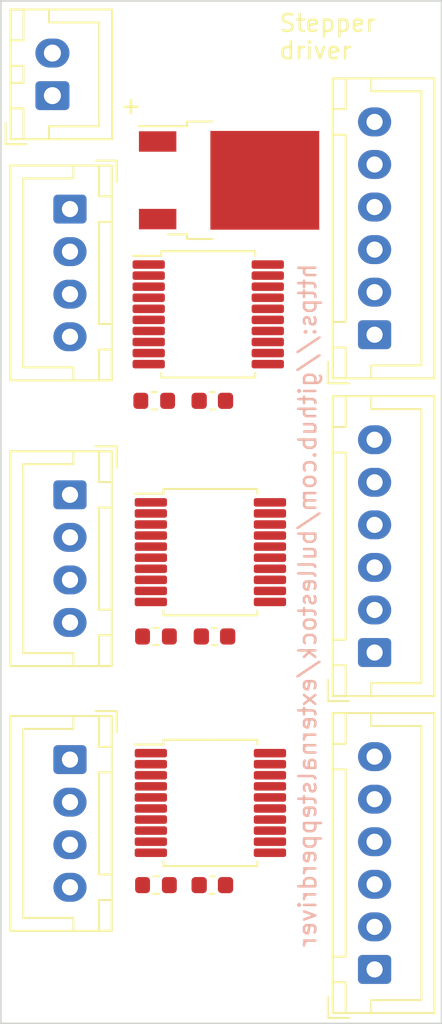
<source format=kicad_pcb>
(kicad_pcb (version 20230606) (generator pcbnew)
  (layers (0 "F.Cu" signal) (31 "B.Cu" signal) (34 "B.Paste" user) (35 "F.Paste" user) (36 "B.SilkS" user "B.Silkscreen") (37 "F.SilkS" user "F.Silkscreen") (38 "B.Mask" user) (39 "F.Mask" user) (44 "Edge.Cuts" user))
  (net 0 "")
  (net 1 "+5V")
  (net 2 "GND")
  (net 3 "Enable1")
  (net 4 "Step1")
  (net 5 "Dir1")
  (net 6 "Dir_out1")
  (net 7 "Step_out1")
  (net 8 "Enable_out1")
  (net 9 "Net-(U3-A->B)")
  (net 15 "Enable2")
  (net 16 "Step2")
  (net 17 "Dir2")
  (net 18 "Enable3")
  (net 19 "Step3")
  (net 20 "Dir3")
  (net 21 "Dir_out2")
  (net 22 "Step_out2")
  (net 23 "Enable_out2")
  (net 24 "Dir_out3")
  (net 25 "Step_out3")
  (net 26 "Enable_out3")
  (net 27 "Net-(U1-A->B)")
  (net 28 "Net-(U4-A->B)")
  (net 39 "Net-(J7-Pin_1)")
  (footprint "Resistor_SMD:R_0603_1608Metric" (layer "F.Cu") (at 164.5665 134.62)
    (property "Reference" "R3" hide)
    (property "Value" "1k" hide)
    (fp_line (start -0.162779 -0.51) (end 0.162779 -0.51) (stroke (width 0.12)) (layer "F.SilkS"))
    (fp_line (start -0.162779 0.51) (end 0.162779 0.51) (stroke (width 0.12)) (layer "F.SilkS"))
    (pad "1" smd roundrect (at -0.7875 0) (size 0.875 0.95) (layers "F.Cu" "F.Paste" "F.Mask") (net 1 "+5V"))
    (pad "2" smd roundrect (at 0.7875 0) (size 0.875 0.95) (layers "F.Cu" "F.Paste" "F.Mask") (net 28 "Net-(U4-A->B)"))
  )
  (footprint "MountingHole:MountingHole_3.2mm_M3" (layer "F.Cu") (at 167.259 139.192)
    (property "Reference" "H2" hide)
    (property "Value" "MountingHole" hide)
    (pad "" np_thru_hole circle (at 0 0) (size 3.2 3.2) (drill 3.2) (layers "*.Cu" "*.Mask"))
  )
  (footprint "Capacitor_SMD:C_0603_1608Metric" (layer "F.Cu") (at 167.881 106.172 180)
    (property "Reference" "C1" hide)
    (property "Value" "100n" hide)
    (fp_line (start -0.14058 0.51) (end 0.14058 0.51) (stroke (width 0.12)) (layer "F.SilkS"))
    (fp_line (start -0.14058 -0.51) (end 0.14058 -0.51) (stroke (width 0.12)) (layer "F.SilkS"))
    (pad "1" smd roundrect (at -0.775 0 180) (size 0.9 0.95) (layers "F.Cu" "F.Paste" "F.Mask") (net 1 "+5V"))
    (pad "2" smd roundrect (at 0.775 0 180) (size 0.9 0.95) (layers "F.Cu" "F.Paste" "F.Mask") (net 2 "GND"))
  )
  (footprint "Connector_JST:JST_XH_B4B-XH-A_1x04_P2.50mm_Vertical" (layer "F.Cu") (at 159.512 111.693 -90)
    (property "Reference" "J3" (at 11.37 2.794 180) (layer "F.SilkS"))
    (property "Value" "Conn_01x04")
    (fp_line (start -2.56 3.51) (end 10.06 3.51) (stroke (width 0.12)) (layer "F.SilkS"))
    (fp_line (start 10.06 3.51) (end 10.06 -2.46) (stroke (width 0.12)) (layer "F.SilkS"))
    (fp_line (start -1.8 2.75) (end 3.75 2.75) (stroke (width 0.12)) (layer "F.SilkS"))
    (fp_line (start 9.3 2.75) (end 3.75 2.75) (stroke (width 0.12)) (layer "F.SilkS"))
    (fp_line (start -2.55 -0.2) (end -1.8 -0.2) (stroke (width 0.12)) (layer "F.SilkS"))
    (fp_line (start -1.8 -0.2) (end -1.8 2.75) (stroke (width 0.12)) (layer "F.SilkS"))
    (fp_line (start 9.3 -0.2) (end 9.3 2.75) (stroke (width 0.12)) (layer "F.SilkS"))
    (fp_line (start 10.05 -0.2) (end 9.3 -0.2) (stroke (width 0.12)) (layer "F.SilkS"))
    (fp_line (start -2.55 -1.7) (end -0.75 -1.7) (stroke (width 0.12)) (layer "F.SilkS"))
    (fp_line (start -0.75 -1.7) (end -0.75 -2.45) (stroke (width 0.12)) (layer "F.SilkS"))
    (fp_line (start 0.75 -1.7) (end 6.75 -1.7) (stroke (width 0.12)) (layer "F.SilkS"))
    (fp_line (start 6.75 -1.7) (end 6.75 -2.45) (stroke (width 0.12)) (layer "F.SilkS"))
    (fp_line (start 8.25 -1.7) (end 10.05 -1.7) (stroke (width 0.12)) (layer "F.SilkS"))
    (fp_line (start 10.05 -1.7) (end 10.05 -2.45) (stroke (width 0.12)) (layer "F.SilkS"))
    (fp_line (start -2.55 -2.45) (end -2.55 -1.7) (stroke (width 0.12)) (layer "F.SilkS"))
    (fp_line (start -0.75 -2.45) (end -2.55 -2.45) (stroke (width 0.12)) (layer "F.SilkS"))
    (fp_line (start 0.75 -2.45) (end 0.75 -1.7) (stroke (width 0.12)) (layer "F.SilkS"))
    (fp_line (start 6.75 -2.45) (end 0.75 -2.45) (stroke (width 0.12)) (layer "F.SilkS"))
    (fp_line (start 8.25 -2.45) (end 8.25 -1.7) (stroke (width 0.12)) (layer "F.SilkS"))
    (fp_line (start 10.05 -2.45) (end 8.25 -2.45) (stroke (width 0.12)) (layer "F.SilkS"))
    (fp_line (start -2.56 -2.46) (end -2.56 3.51) (stroke (width 0.12)) (layer "F.SilkS"))
    (fp_line (start 10.06 -2.46) (end -2.56 -2.46) (stroke (width 0.12)) (layer "F.SilkS"))
    (fp_line (start -2.85 -2.75) (end -2.85 -1.5) (stroke (width 0.12)) (layer "F.SilkS"))
    (fp_line (start -1.6 -2.75) (end -2.85 -2.75) (stroke (width 0.12)) (layer "F.SilkS"))
    (pad "1" thru_hole roundrect (at 0 0 270) (size 1.7 1.95) (drill 0.95) (layers "*.Cu" "*.Mask") (roundrect_rratio 0.147059) (net 15 "Enable2"))
    (pad "2" thru_hole oval (at 2.5 0 270) (size 1.7 1.95) (drill 0.95) (layers "*.Cu" "*.Mask") (net 16 "Step2"))
    (pad "3" thru_hole oval (at 5 0 270) (size 1.7 1.95) (drill 0.95) (layers "*.Cu" "*.Mask") (net 17 "Dir2"))
    (pad "4" thru_hole oval (at 7.5 0 270) (size 1.7 1.95) (drill 0.95) (layers "*.Cu" "*.Mask") (net 2 "GND"))
  )
  (footprint "Package_SO:SSOP-20_5.3x7.2mm_P0.65mm" (layer "F.Cu") (at 167.767 129.794)
    (property "Reference" "U4" hide)
    (property "Value" "74HC245" hide)
    (fp_line (start -2.76 -3.71) (end -2.76 -3.435) (stroke (width 0.12)) (layer "F.SilkS"))
    (fp_line (start -2.76 -3.435) (end -4.45 -3.435) (stroke (width 0.12)) (layer "F.SilkS"))
    (fp_line (start -2.76 3.71) (end -2.76 3.435) (stroke (width 0.12)) (layer "F.SilkS"))
    (fp_line (start 0 -3.71) (end -2.76 -3.71) (stroke (width 0.12)) (layer "F.SilkS"))
    (fp_line (start 0 -3.71) (end 2.76 -3.71) (stroke (width 0.12)) (layer "F.SilkS"))
    (fp_line (start 0 3.71) (end -2.76 3.71) (stroke (width 0.12)) (layer "F.SilkS"))
    (fp_line (start 0 3.71) (end 2.76 3.71) (stroke (width 0.12)) (layer "F.SilkS"))
    (fp_line (start 2.76 -3.71) (end 2.76 -3.435) (stroke (width 0.12)) (layer "F.SilkS"))
    (fp_line (start 2.76 3.71) (end 2.76 3.435) (stroke (width 0.12)) (layer "F.SilkS"))
    (pad "1" smd roundrect (at -3.5 -2.925) (size 1.9 0.5) (layers "F.Cu" "F.Paste" "F.Mask") (net 28 "Net-(U4-A->B)"))
    (pad "2" smd roundrect (at -3.5 -2.275) (size 1.9 0.5) (layers "F.Cu" "F.Paste" "F.Mask") (net 28 "Net-(U4-A->B)"))
    (pad "3" smd roundrect (at -3.5 -1.625) (size 1.9 0.5) (layers "F.Cu" "F.Paste" "F.Mask") (net 18 "Enable3"))
    (pad "4" smd roundrect (at -3.5 -0.975) (size 1.9 0.5) (layers "F.Cu" "F.Paste" "F.Mask") (net 28 "Net-(U4-A->B)"))
    (pad "5" smd roundrect (at -3.5 -0.325) (size 1.9 0.5) (layers "F.Cu" "F.Paste" "F.Mask") (net 19 "Step3"))
    (pad "6" smd roundrect (at -3.5 0.325) (size 1.9 0.5) (layers "F.Cu" "F.Paste" "F.Mask") (net 28 "Net-(U4-A->B)"))
    (pad "7" smd roundrect (at -3.5 0.975) (size 1.9 0.5) (layers "F.Cu" "F.Paste" "F.Mask") (net 20 "Dir3"))
    (pad "8" smd roundrect (at -3.5 1.625) (size 1.9 0.5) (layers "F.Cu" "F.Paste" "F.Mask") (net 28 "Net-(U4-A->B)"))
    (pad "9" smd roundrect (at -3.5 2.275) (size 1.9 0.5) (layers "F.Cu" "F.Paste" "F.Mask") (net 28 "Net-(U4-A->B)"))
    (pad "10" smd roundrect (at -3.5 2.925) (size 1.9 0.5) (layers "F.Cu" "F.Paste" "F.Mask") (net 2 "GND"))
    (pad "11" smd roundrect (at 3.5 2.925) (size 1.9 0.5) (layers "F.Cu" "F.Paste" "F.Mask"))
    (pad "12" smd roundrect (at 3.5 2.275) (size 1.9 0.5) (layers "F.Cu" "F.Paste" "F.Mask"))
    (pad "13" smd roundrect (at 3.5 1.625) (size 1.9 0.5) (layers "F.Cu" "F.Paste" "F.Mask") (net 24 "Dir_out3"))
    (pad "14" smd roundrect (at 3.5 0.975) (size 1.9 0.5) (layers "F.Cu" "F.Paste" "F.Mask"))
    (pad "15" smd roundrect (at 3.5 0.325) (size 1.9 0.5) (layers "F.Cu" "F.Paste" "F.Mask") (net 25 "Step_out3"))
    (pad "16" smd roundrect (at 3.5 -0.325) (size 1.9 0.5) (layers "F.Cu" "F.Paste" "F.Mask"))
    (pad "17" smd roundrect (at 3.5 -0.975) (size 1.9 0.5) (layers "F.Cu" "F.Paste" "F.Mask") (net 26 "Enable_out3"))
    (pad "18" smd roundrect (at 3.5 -1.625) (size 1.9 0.5) (layers "F.Cu" "F.Paste" "F.Mask"))
    (pad "19" smd roundrect (at 3.5 -2.275) (size 1.9 0.5) (layers "F.Cu" "F.Paste" "F.Mask") (net 2 "GND"))
    (pad "20" smd roundrect (at 3.5 -2.925) (size 1.9 0.5) (layers "F.Cu" "F.Paste" "F.Mask") (net 1 "+5V"))
  )
  (footprint "Package_SO:SSOP-20_5.3x7.2mm_P0.65mm" (layer "F.Cu") (at 167.767 115.062)
    (property "Reference" "U1" hide)
    (property "Value" "74HC245" hide)
    (fp_line (start -2.76 -3.71) (end -2.76 -3.435) (stroke (width 0.12)) (layer "F.SilkS"))
    (fp_line (start -2.76 -3.435) (end -4.45 -3.435) (stroke (width 0.12)) (layer "F.SilkS"))
    (fp_line (start -2.76 3.71) (end -2.76 3.435) (stroke (width 0.12)) (layer "F.SilkS"))
    (fp_line (start 0 -3.71) (end -2.76 -3.71) (stroke (width 0.12)) (layer "F.SilkS"))
    (fp_line (start 0 -3.71) (end 2.76 -3.71) (stroke (width 0.12)) (layer "F.SilkS"))
    (fp_line (start 0 3.71) (end -2.76 3.71) (stroke (width 0.12)) (layer "F.SilkS"))
    (fp_line (start 0 3.71) (end 2.76 3.71) (stroke (width 0.12)) (layer "F.SilkS"))
    (fp_line (start 2.76 -3.71) (end 2.76 -3.435) (stroke (width 0.12)) (layer "F.SilkS"))
    (fp_line (start 2.76 3.71) (end 2.76 3.435) (stroke (width 0.12)) (layer "F.SilkS"))
    (pad "1" smd roundrect (at -3.5 -2.925) (size 1.9 0.5) (layers "F.Cu" "F.Paste" "F.Mask") (net 27 "Net-(U1-A->B)"))
    (pad "2" smd roundrect (at -3.5 -2.275) (size 1.9 0.5) (layers "F.Cu" "F.Paste" "F.Mask") (net 27 "Net-(U1-A->B)"))
    (pad "3" smd roundrect (at -3.5 -1.625) (size 1.9 0.5) (layers "F.Cu" "F.Paste" "F.Mask") (net 15 "Enable2"))
    (pad "4" smd roundrect (at -3.5 -0.975) (size 1.9 0.5) (layers "F.Cu" "F.Paste" "F.Mask") (net 27 "Net-(U1-A->B)"))
    (pad "5" smd roundrect (at -3.5 -0.325) (size 1.9 0.5) (layers "F.Cu" "F.Paste" "F.Mask") (net 16 "Step2"))
    (pad "6" smd roundrect (at -3.5 0.325) (size 1.9 0.5) (layers "F.Cu" "F.Paste" "F.Mask") (net 27 "Net-(U1-A->B)"))
    (pad "7" smd roundrect (at -3.5 0.975) (size 1.9 0.5) (layers "F.Cu" "F.Paste" "F.Mask") (net 17 "Dir2"))
    (pad "8" smd roundrect (at -3.5 1.625) (size 1.9 0.5) (layers "F.Cu" "F.Paste" "F.Mask") (net 27 "Net-(U1-A->B)"))
    (pad "9" smd roundrect (at -3.5 2.275) (size 1.9 0.5) (layers "F.Cu" "F.Paste" "F.Mask") (net 27 "Net-(U1-A->B)"))
    (pad "10" smd roundrect (at -3.5 2.925) (size 1.9 0.5) (layers "F.Cu" "F.Paste" "F.Mask") (net 2 "GND"))
    (pad "11" smd roundrect (at 3.5 2.925) (size 1.9 0.5) (layers "F.Cu" "F.Paste" "F.Mask"))
    (pad "12" smd roundrect (at 3.5 2.275) (size 1.9 0.5) (layers "F.Cu" "F.Paste" "F.Mask"))
    (pad "13" smd roundrect (at 3.5 1.625) (size 1.9 0.5) (layers "F.Cu" "F.Paste" "F.Mask") (net 21 "Dir_out2"))
    (pad "14" smd roundrect (at 3.5 0.975) (size 1.9 0.5) (layers "F.Cu" "F.Paste" "F.Mask"))
    (pad "15" smd roundrect (at 3.5 0.325) (size 1.9 0.5) (layers "F.Cu" "F.Paste" "F.Mask") (net 22 "Step_out2"))
    (pad "16" smd roundrect (at 3.5 -0.325) (size 1.9 0.5) (layers "F.Cu" "F.Paste" "F.Mask"))
    (pad "17" smd roundrect (at 3.5 -0.975) (size 1.9 0.5) (layers "F.Cu" "F.Paste" "F.Mask") (net 23 "Enable_out2"))
    (pad "18" smd roundrect (at 3.5 -1.625) (size 1.9 0.5) (layers "F.Cu" "F.Paste" "F.Mask"))
    (pad "19" smd roundrect (at 3.5 -2.275) (size 1.9 0.5) (layers "F.Cu" "F.Paste" "F.Mask") (net 2 "GND"))
    (pad "20" smd roundrect (at 3.5 -2.925) (size 1.9 0.5) (layers "F.Cu" "F.Paste" "F.Mask") (net 1 "+5V"))
  )
  (footprint "Connector_JST:JST_XH_B4B-XH-A_1x04_P2.50mm_Vertical" (layer "F.Cu") (at 159.512 94.909 -90)
    (property "Reference" "J1" (at 11.263 2.921 180) (layer "F.SilkS"))
    (property "Value" "Conn_01x04" hide)
    (fp_line (start -2.56 3.51) (end 10.06 3.51) (stroke (width 0.12)) (layer "F.SilkS"))
    (fp_line (start 10.06 3.51) (end 10.06 -2.46) (stroke (width 0.12)) (layer "F.SilkS"))
    (fp_line (start -1.8 2.75) (end 3.75 2.75) (stroke (width 0.12)) (layer "F.SilkS"))
    (fp_line (start 9.3 2.75) (end 3.75 2.75) (stroke (width 0.12)) (layer "F.SilkS"))
    (fp_line (start -2.55 -0.2) (end -1.8 -0.2) (stroke (width 0.12)) (layer "F.SilkS"))
    (fp_line (start -1.8 -0.2) (end -1.8 2.75) (stroke (width 0.12)) (layer "F.SilkS"))
    (fp_line (start 9.3 -0.2) (end 9.3 2.75) (stroke (width 0.12)) (layer "F.SilkS"))
    (fp_line (start 10.05 -0.2) (end 9.3 -0.2) (stroke (width 0.12)) (layer "F.SilkS"))
    (fp_line (start -2.55 -1.7) (end -0.75 -1.7) (stroke (width 0.12)) (layer "F.SilkS"))
    (fp_line (start -0.75 -1.7) (end -0.75 -2.45) (stroke (width 0.12)) (layer "F.SilkS"))
    (fp_line (start 0.75 -1.7) (end 6.75 -1.7) (stroke (width 0.12)) (layer "F.SilkS"))
    (fp_line (start 6.75 -1.7) (end 6.75 -2.45) (stroke (width 0.12)) (layer "F.SilkS"))
    (fp_line (start 8.25 -1.7) (end 10.05 -1.7) (stroke (width 0.12)) (layer "F.SilkS"))
    (fp_line (start 10.05 -1.7) (end 10.05 -2.45) (stroke (width 0.12)) (layer "F.SilkS"))
    (fp_line (start -2.55 -2.45) (end -2.55 -1.7) (stroke (width 0.12)) (layer "F.SilkS"))
    (fp_line (start -0.75 -2.45) (end -2.55 -2.45) (stroke (width 0.12)) (layer "F.SilkS"))
    (fp_line (start 0.75 -2.45) (end 0.75 -1.7) (stroke (width 0.12)) (layer "F.SilkS"))
    (fp_line (start 6.75 -2.45) (end 0.75 -2.45) (stroke (width 0.12)) (layer "F.SilkS"))
    (fp_line (start 8.25 -2.45) (end 8.25 -1.7) (stroke (width 0.12)) (layer "F.SilkS"))
    (fp_line (start 10.05 -2.45) (end 8.25 -2.45) (stroke (width 0.12)) (layer "F.SilkS"))
    (fp_line (start -2.56 -2.46) (end -2.56 3.51) (stroke (width 0.12)) (layer "F.SilkS"))
    (fp_line (start 10.06 -2.46) (end -2.56 -2.46) (stroke (width 0.12)) (layer "F.SilkS"))
    (fp_line (start -2.85 -2.75) (end -2.85 -1.5) (stroke (width 0.12)) (layer "F.SilkS"))
    (fp_line (start -1.6 -2.75) (end -2.85 -2.75) (stroke (width 0.12)) (layer "F.SilkS"))
    (pad "1" thru_hole roundrect (at 0 0 270) (size 1.7 1.95) (drill 0.95) (layers "*.Cu" "*.Mask") (roundrect_rratio 0.147059) (net 3 "Enable1"))
    (pad "2" thru_hole oval (at 2.5 0 270) (size 1.7 1.95) (drill 0.95) (layers "*.Cu" "*.Mask") (net 4 "Step1"))
    (pad "3" thru_hole oval (at 5 0 270) (size 1.7 1.95) (drill 0.95) (layers "*.Cu" "*.Mask") (net 5 "Dir1"))
    (pad "4" thru_hole oval (at 7.5 0 270) (size 1.7 1.95) (drill 0.95) (layers "*.Cu" "*.Mask") (net 2 "GND"))
  )
  (footprint "Package_TO_SOT_SMD:TO-252-2" (layer "F.Cu") (at 168.866 93.218)
    (property "Reference" "U2" hide)
    (property "Value" "LM78M05_TO252" hide)
    (fp_line (start -2.47 -3.45) (end -2.47 -3.18) (stroke (width 0.12)) (layer "F.SilkS"))
    (fp_line (start -2.47 -3.18) (end -5.3 -3.18) (stroke (width 0.12)) (layer "F.SilkS"))
    (fp_line (start -2.47 3.18) (end -3.57 3.18) (stroke (width 0.12)) (layer "F.SilkS"))
    (fp_line (start -2.47 3.45) (end -2.47 3.18) (stroke (width 0.12)) (layer "F.SilkS"))
    (fp_line (start -0.97 -3.45) (end -2.47 -3.45) (stroke (width 0.12)) (layer "F.SilkS"))
    (fp_line (start -0.97 3.45) (end -2.47 3.45) (stroke (width 0.12)) (layer "F.SilkS"))
    (pad "1" smd rect (at -4.2 -2.28) (size 2.2 1.2) (layers "F.Cu" "F.Paste" "F.Mask") (net 39 "Net-(J7-Pin_1)"))
    (pad "2" smd rect (at 2.1 0) (size 6.4 5.8) (layers "F.Cu" "F.Mask") (net 2 "GND"))
    (pad "3" smd rect (at -4.2 2.28) (size 2.2 1.2) (layers "F.Cu" "F.Paste" "F.Mask") (net 1 "+5V"))
  )
  (footprint "Package_SO:SSOP-20_5.3x7.2mm_P0.65mm" (layer "F.Cu") (at 167.64 101.092)
    (property "Reference" "U3" hide)
    (property "Value" "74HC245" hide)
    (fp_line (start -2.76 -3.71) (end -2.76 -3.435) (stroke (width 0.12)) (layer "F.SilkS"))
    (fp_line (start -2.76 -3.435) (end -4.45 -3.435) (stroke (width 0.12)) (layer "F.SilkS"))
    (fp_line (start -2.76 3.71) (end -2.76 3.435) (stroke (width 0.12)) (layer "F.SilkS"))
    (fp_line (start 0 -3.71) (end -2.76 -3.71) (stroke (width 0.12)) (layer "F.SilkS"))
    (fp_line (start 0 -3.71) (end 2.76 -3.71) (stroke (width 0.12)) (layer "F.SilkS"))
    (fp_line (start 0 3.71) (end -2.76 3.71) (stroke (width 0.12)) (layer "F.SilkS"))
    (fp_line (start 0 3.71) (end 2.76 3.71) (stroke (width 0.12)) (layer "F.SilkS"))
    (fp_line (start 2.76 -3.71) (end 2.76 -3.435) (stroke (width 0.12)) (layer "F.SilkS"))
    (fp_line (start 2.76 3.71) (end 2.76 3.435) (stroke (width 0.12)) (layer "F.SilkS"))
    (pad "1" smd roundrect (at -3.5 -2.925) (size 1.9 0.5) (layers "F.Cu" "F.Paste" "F.Mask") (net 9 "Net-(U3-A->B)"))
    (pad "2" smd roundrect (at -3.5 -2.275) (size 1.9 0.5) (layers "F.Cu" "F.Paste" "F.Mask") (net 9 "Net-(U3-A->B)"))
    (pad "3" smd roundrect (at -3.5 -1.625) (size 1.9 0.5) (layers "F.Cu" "F.Paste" "F.Mask") (net 3 "Enable1"))
    (pad "4" smd roundrect (at -3.5 -0.975) (size 1.9 0.5) (layers "F.Cu" "F.Paste" "F.Mask") (net 9 "Net-(U3-A->B)"))
    (pad "5" smd roundrect (at -3.5 -0.325) (size 1.9 0.5) (layers "F.Cu" "F.Paste" "F.Mask") (net 4 "Step1"))
    (pad "6" smd roundrect (at -3.5 0.325) (size 1.9 0.5) (layers "F.Cu" "F.Paste" "F.Mask") (net 9 "Net-(U3-A->B)"))
    (pad "7" smd roundrect (at -3.5 0.975) (size 1.9 0.5) (layers "F.Cu" "F.Paste" "F.Mask") (net 5 "Dir1"))
    (pad "8" smd roundrect (at -3.5 1.625) (size 1.9 0.5) (layers "F.Cu" "F.Paste" "F.Mask") (net 9 "Net-(U3-A->B)"))
    (pad "9" smd roundrect (at -3.5 2.275) (size 1.9 0.5) (layers "F.Cu" "F.Paste" "F.Mask") (net 9 "Net-(U3-A->B)"))
    (pad "10" smd roundrect (at -3.5 2.925) (size 1.9 0.5) (layers "F.Cu" "F.Paste" "F.Mask") (net 2 "GND"))
    (pad "11" smd roundrect (at 3.5 2.925) (size 1.9 0.5) (layers "F.Cu" "F.Paste" "F.Mask"))
    (pad "12" smd roundrect (at 3.5 2.275) (size 1.9 0.5) (layers "F.Cu" "F.Paste" "F.Mask"))
    (pad "13" smd roundrect (at 3.5 1.625) (size 1.9 0.5) (layers "F.Cu" "F.Paste" "F.Mask") (net 6 "Dir_out1"))
    (pad "14" smd roundrect (at 3.5 0.975) (size 1.9 0.5) (layers "F.Cu" "F.Paste" "F.Mask"))
    (pad "15" smd roundrect (at 3.5 0.325) (size 1.9 0.5) (layers "F.Cu" "F.Paste" "F.Mask") (net 7 "Step_out1"))
    (pad "16" smd roundrect (at 3.5 -0.325) (size 1.9 0.5) (layers "F.Cu" "F.Paste" "F.Mask"))
    (pad "17" smd roundrect (at 3.5 -0.975) (size 1.9 0.5) (layers "F.Cu" "F.Paste" "F.Mask") (net 8 "Enable_out1"))
    (pad "18" smd roundrect (at 3.5 -1.625) (size 1.9 0.5) (layers "F.Cu" "F.Paste" "F.Mask"))
    (pad "19" smd roundrect (at 3.5 -2.275) (size 1.9 0.5) (layers "F.Cu" "F.Paste" "F.Mask") (net 2 "GND"))
    (pad "20" smd roundrect (at 3.5 -2.925) (size 1.9 0.5) (layers "F.Cu" "F.Paste" "F.Mask") (net 1 "+5V"))
  )
  (footprint "Connector_JST:JST_XH_B4B-XH-A_1x04_P2.50mm_Vertical" (layer "F.Cu") (at 159.512 127.247 -90)
    (property "Reference" "J5" (at 11.437 2.794 180) (layer "F.SilkS"))
    (property "Value" "Conn_01x04" hide)
    (fp_line (start -2.56 3.51) (end 10.06 3.51) (stroke (width 0.12)) (layer "F.SilkS"))
    (fp_line (start 10.06 3.51) (end 10.06 -2.46) (stroke (width 0.12)) (layer "F.SilkS"))
    (fp_line (start -1.8 2.75) (end 3.75 2.75) (stroke (width 0.12)) (layer "F.SilkS"))
    (fp_line (start 9.3 2.75) (end 3.75 2.75) (stroke (width 0.12)) (layer "F.SilkS"))
    (fp_line (start -2.55 -0.2) (end -1.8 -0.2) (stroke (width 0.12)) (layer "F.SilkS"))
    (fp_line (start -1.8 -0.2) (end -1.8 2.75) (stroke (width 0.12)) (layer "F.SilkS"))
    (fp_line (start 9.3 -0.2) (end 9.3 2.75) (stroke (width 0.12)) (layer "F.SilkS"))
    (fp_line (start 10.05 -0.2) (end 9.3 -0.2) (stroke (width 0.12)) (layer "F.SilkS"))
    (fp_line (start -2.55 -1.7) (end -0.75 -1.7) (stroke (width 0.12)) (layer "F.SilkS"))
    (fp_line (start -0.75 -1.7) (end -0.75 -2.45) (stroke (width 0.12)) (layer "F.SilkS"))
    (fp_line (start 0.75 -1.7) (end 6.75 -1.7) (stroke (width 0.12)) (layer "F.SilkS"))
    (fp_line (start 6.75 -1.7) (end 6.75 -2.45) (stroke (width 0.12)) (layer "F.SilkS"))
    (fp_line (start 8.25 -1.7) (end 10.05 -1.7) (stroke (width 0.12)) (layer "F.SilkS"))
    (fp_line (start 10.05 -1.7) (end 10.05 -2.45) (stroke (width 0.12)) (layer "F.SilkS"))
    (fp_line (start -2.55 -2.45) (end -2.55 -1.7) (stroke (width 0.12)) (layer "F.SilkS"))
    (fp_line (start -0.75 -2.45) (end -2.55 -2.45) (stroke (width 0.12)) (layer "F.SilkS"))
    (fp_line (start 0.75 -2.45) (end 0.75 -1.7) (stroke (width 0.12)) (layer "F.SilkS"))
    (fp_line (start 6.75 -2.45) (end 0.75 -2.45) (stroke (width 0.12)) (layer "F.SilkS"))
    (fp_line (start 8.25 -2.45) (end 8.25 -1.7) (stroke (width 0.12)) (layer "F.SilkS"))
    (fp_line (start 10.05 -2.45) (end 8.25 -2.45) (stroke (width 0.12)) (layer "F.SilkS"))
    (fp_line (start -2.56 -2.46) (end -2.56 3.51) (stroke (width 0.12)) (layer "F.SilkS"))
    (fp_line (start 10.06 -2.46) (end -2.56 -2.46) (stroke (width 0.12)) (layer "F.SilkS"))
    (fp_line (start -2.85 -2.75) (end -2.85 -1.5) (stroke (width 0.12)) (layer "F.SilkS"))
    (fp_line (start -1.6 -2.75) (end -2.85 -2.75) (stroke (width 0.12)) (layer "F.SilkS"))
    (pad "1" thru_hole roundrect (at 0 0 270) (size 1.7 1.95) (drill 0.95) (layers "*.Cu" "*.Mask") (roundrect_rratio 0.147059) (net 18 "Enable3"))
    (pad "2" thru_hole oval (at 2.5 0 270) (size 1.7 1.95) (drill 0.95) (layers "*.Cu" "*.Mask") (net 19 "Step3"))
    (pad "3" thru_hole oval (at 5 0 270) (size 1.7 1.95) (drill 0.95) (layers "*.Cu" "*.Mask") (net 20 "Dir3"))
    (pad "4" thru_hole oval (at 7.5 0 270) (size 1.7 1.95) (drill 0.95) (layers "*.Cu" "*.Mask") (net 2 "GND"))
  )
  (footprint "Resistor_SMD:R_0603_1608Metric" (layer "F.Cu") (at 164.465 106.172 180)
    (property "Reference" "R1" hide)
    (property "Value" "1k" hide)
    (fp_line (start -0.162779 0.51) (end 0.162779 0.51) (stroke (width 0.12)) (layer "F.SilkS"))
    (fp_line (start -0.162779 -0.51) (end 0.162779 -0.51) (stroke (width 0.12)) (layer "F.SilkS"))
    (pad "1" smd roundrect (at -0.7875 0 180) (size 0.875 0.95) (layers "F.Cu" "F.Paste" "F.Mask") (net 1 "+5V"))
    (pad "2" smd roundrect (at 0.7875 0 180) (size 0.875 0.95) (layers "F.Cu" "F.Paste" "F.Mask") (net 9 "Net-(U3-A->B)"))
  )
  (footprint "Connector_JST:JST_XH_B6B-XH-A_1x06_P2.50mm_Vertical" (layer "F.Cu") (at 177.419 102.289 90)
    (property "Reference" "J2" (at 14.151 -3.81 90) (layer "F.SilkS"))
    (property "Value" "Conn_01x08" hide)
    (fp_line (start -1.6 -2.75) (end -2.85 -2.75) (stroke (width 0.12)) (layer "F.SilkS"))
    (fp_line (start -2.85 -2.75) (end -2.85 -1.5) (stroke (width 0.12)) (layer "F.SilkS"))
    (fp_line (start 15.06 -2.46) (end -2.56 -2.46) (stroke (width 0.12)) (layer "F.SilkS"))
    (fp_line (start -2.56 -2.46) (end -2.56 3.51) (stroke (width 0.12)) (layer "F.SilkS"))
    (fp_line (start 15.05 -2.45) (end 13.25 -2.45) (stroke (width 0.12)) (layer "F.SilkS"))
    (fp_line (start 13.25 -2.45) (end 13.25 -1.7) (stroke (width 0.12)) (layer "F.SilkS"))
    (fp_line (start 11.75 -2.45) (end 0.75 -2.45) (stroke (width 0.12)) (layer "F.SilkS"))
    (fp_line (start 0.75 -2.45) (end 0.75 -1.7) (stroke (width 0.12)) (layer "F.SilkS"))
    (fp_line (start -0.75 -2.45) (end -2.55 -2.45) (stroke (width 0.12)) (layer "F.SilkS"))
    (fp_line (start -2.55 -2.45) (end -2.55 -1.7) (stroke (width 0.12)) (layer "F.SilkS"))
    (fp_line (start 15.05 -1.7) (end 15.05 -2.45) (stroke (width 0.12)) (layer "F.SilkS"))
    (fp_line (start 13.25 -1.7) (end 15.05 -1.7) (stroke (width 0.12)) (layer "F.SilkS"))
    (fp_line (start 11.75 -1.7) (end 11.75 -2.45) (stroke (width 0.12)) (layer "F.SilkS"))
    (fp_line (start 0.75 -1.7) (end 11.75 -1.7) (stroke (width 0.12)) (layer "F.SilkS"))
    (fp_line (start -0.75 -1.7) (end -0.75 -2.45) (stroke (width 0.12)) (layer "F.SilkS"))
    (fp_line (start -2.55 -1.7) (end -0.75 -1.7) (stroke (width 0.12)) (layer "F.SilkS"))
    (fp_line (start 15.05 -0.2) (end 14.3 -0.2) (stroke (width 0.12)) (layer "F.SilkS"))
    (fp_line (start 14.3 -0.2) (end 14.3 2.75) (stroke (width 0.12)) (layer "F.SilkS"))
    (fp_line (start -1.8 -0.2) (end -1.8 2.75) (stroke (width 0.12)) (layer "F.SilkS"))
    (fp_line (start -2.55 -0.2) (end -1.8 -0.2) (stroke (width 0.12)) (layer "F.SilkS"))
    (fp_line (start 14.3 2.75) (end 6.25 2.75) (stroke (width 0.12)) (layer "F.SilkS"))
    (fp_line (start -1.8 2.75) (end 6.25 2.75) (stroke (width 0.12)) (layer "F.SilkS"))
    (fp_line (start 15.06 3.51) (end 15.06 -2.46) (stroke (width 0.12)) (layer "F.SilkS"))
    (fp_line (start -2.56 3.51) (end 15.06 3.51) (stroke (width 0.12)) (layer "F.SilkS"))
    (pad "1" thru_hole roundrect (at 0 0 90) (size 1.7 1.95) (drill 0.95) (layers "*.Cu" "*.Mask") (roundrect_rratio 0.147059) (net 6 "Dir_out1"))
    (pad "2" thru_hole oval (at 2.5 0 90) (size 1.7 1.95) (drill 0.95) (layers "*.Cu" "*.Mask") (net 2 "GND"))
    (pad "3" thru_hole oval (at 5 0 90) (size 1.7 1.95) (drill 0.95) (layers "*.Cu" "*.Mask") (net 7 "Step_out1"))
    (pad "4" thru_hole oval (at 7.5 0 90) (size 1.7 1.95) (drill 0.95) (layers "*.Cu" "*.Mask") (net 2 "GND"))
    (pad "5" thru_hole oval (at 10 0 90) (size 1.7 1.95) (drill 0.95) (layers "*.Cu" "*.Mask") (net 8 "Enable_out1"))
    (pad "6" thru_hole oval (at 12.5 0 90) (size 1.7 1.95) (drill 0.95) (layers "*.Cu" "*.Mask") (net 2 "GND"))
  )
  (footprint "Connector_JST:JST_XH_B6B-XH-A_1x06_P2.50mm_Vertical" (layer "F.Cu") (at 177.419 120.958 90)
    (property "Reference" "J4" (at 14.024 -3.556 90) (layer "F.SilkS"))
    (property "Value" "Conn_01x08")
    (fp_line (start -1.6 -2.75) (end -2.85 -2.75) (stroke (width 0.12)) (layer "F.SilkS"))
    (fp_line (start -2.85 -2.75) (end -2.85 -1.5) (stroke (width 0.12)) (layer "F.SilkS"))
    (fp_line (start 15.06 -2.46) (end -2.56 -2.46) (stroke (width 0.12)) (layer "F.SilkS"))
    (fp_line (start -2.56 -2.46) (end -2.56 3.51) (stroke (width 0.12)) (layer "F.SilkS"))
    (fp_line (start 15.05 -2.45) (end 13.25 -2.45) (stroke (width 0.12)) (layer "F.SilkS"))
    (fp_line (start 13.25 -2.45) (end 13.25 -1.7) (stroke (width 0.12)) (layer "F.SilkS"))
    (fp_line (start 11.75 -2.45) (end 0.75 -2.45) (stroke (width 0.12)) (layer "F.SilkS"))
    (fp_line (start 0.75 -2.45) (end 0.75 -1.7) (stroke (width 0.12)) (layer "F.SilkS"))
    (fp_line (start -0.75 -2.45) (end -2.55 -2.45) (stroke (width 0.12)) (layer "F.SilkS"))
    (fp_line (start -2.55 -2.45) (end -2.55 -1.7) (stroke (width 0.12)) (layer "F.SilkS"))
    (fp_line (start 15.05 -1.7) (end 15.05 -2.45) (stroke (width 0.12)) (layer "F.SilkS"))
    (fp_line (start 13.25 -1.7) (end 15.05 -1.7) (stroke (width 0.12)) (layer "F.SilkS"))
    (fp_line (start 11.75 -1.7) (end 11.75 -2.45) (stroke (width 0.12)) (layer "F.SilkS"))
    (fp_line (start 0.75 -1.7) (end 11.75 -1.7) (stroke (width 0.12)) (layer "F.SilkS"))
    (fp_line (start -0.75 -1.7) (end -0.75 -2.45) (stroke (width 0.12)) (layer "F.SilkS"))
    (fp_line (start -2.55 -1.7) (end -0.75 -1.7) (stroke (width 0.12)) (layer "F.SilkS"))
    (fp_line (start 15.05 -0.2) (end 14.3 -0.2) (stroke (width 0.12)) (layer "F.SilkS"))
    (fp_line (start 14.3 -0.2) (end 14.3 2.75) (stroke (width 0.12)) (layer "F.SilkS"))
    (fp_line (start -1.8 -0.2) (end -1.8 2.75) (stroke (width 0.12)) (layer "F.SilkS"))
    (fp_line (start -2.55 -0.2) (end -1.8 -0.2) (stroke (width 0.12)) (layer "F.SilkS"))
    (fp_line (start 14.3 2.75) (end 6.25 2.75) (stroke (width 0.12)) (layer "F.SilkS"))
    (fp_line (start -1.8 2.75) (end 6.25 2.75) (stroke (width 0.12)) (layer "F.SilkS"))
    (fp_line (start 15.06 3.51) (end 15.06 -2.46) (stroke (width 0.12)) (layer "F.SilkS"))
    (fp_line (start -2.56 3.51) (end 15.06 3.51) (stroke (width 0.12)) (layer "F.SilkS"))
    (pad "1" thru_hole roundrect (at 0 0 90) (size 1.7 1.95) (drill 0.95) (layers "*.Cu" "*.Mask") (roundrect_rratio 0.147059) (net 21 "Dir_out2"))
    (pad "2" thru_hole oval (at 2.5 0 90) (size 1.7 1.95) (drill 0.95) (layers "*.Cu" "*.Mask") (net 2 "GND"))
    (pad "3" thru_hole oval (at 5 0 90) (size 1.7 1.95) (drill 0.95) (layers "*.Cu" "*.Mask") (net 22 "Step_out2"))
    (pad "4" thru_hole oval (at 7.5 0 90) (size 1.7 1.95) (drill 0.95) (layers "*.Cu" "*.Mask") (net 2 "GND"))
    (pad "5" thru_hole oval (at 10 0 90) (size 1.7 1.95) (drill 0.95) (layers "*.Cu" "*.Mask") (net 23 "Enable_out2"))
    (pad "6" thru_hole oval (at 12.5 0 90) (size 1.7 1.95) (drill 0.95) (layers "*.Cu" "*.Mask") (net 2 "GND"))
  )
  (footprint "MountingHole:MountingHole_3.2mm_M3" (layer "F.Cu") (at 167.259 86.106)
    (property "Reference" "H1" hide)
    (property "Value" "MountingHole" hide)
    (pad "" np_thru_hole circle (at 0 0) (size 3.2 3.2) (drill 3.2) (layers "*.Cu" "*.Mask"))
  )
  (footprint "Connector_JST:JST_XH_B6B-XH-A_1x06_P2.50mm_Vertical" (layer "F.Cu") (at 177.419 139.573 90)
    (property "Reference" "J6" (at 14.351 -3.556 90) (layer "F.SilkS"))
    (property "Value" "Conn_01x08")
    (fp_line (start -1.6 -2.75) (end -2.85 -2.75) (stroke (width 0.12)) (layer "F.SilkS"))
    (fp_line (start -2.85 -2.75) (end -2.85 -1.5) (stroke (width 0.12)) (layer "F.SilkS"))
    (fp_line (start 15.06 -2.46) (end -2.56 -2.46) (stroke (width 0.12)) (layer "F.SilkS"))
    (fp_line (start -2.56 -2.46) (end -2.56 3.51) (stroke (width 0.12)) (layer "F.SilkS"))
    (fp_line (start 15.05 -2.45) (end 13.25 -2.45) (stroke (width 0.12)) (layer "F.SilkS"))
    (fp_line (start 13.25 -2.45) (end 13.25 -1.7) (stroke (width 0.12)) (layer "F.SilkS"))
    (fp_line (start 11.75 -2.45) (end 0.75 -2.45) (stroke (width 0.12)) (layer "F.SilkS"))
    (fp_line (start 0.75 -2.45) (end 0.75 -1.7) (stroke (width 0.12)) (layer "F.SilkS"))
    (fp_line (start -0.75 -2.45) (end -2.55 -2.45) (stroke (width 0.12)) (layer "F.SilkS"))
    (fp_line (start -2.55 -2.45) (end -2.55 -1.7) (stroke (width 0.12)) (layer "F.SilkS"))
    (fp_line (start 15.05 -1.7) (end 15.05 -2.45) (stroke (width 0.12)) (layer "F.SilkS"))
    (fp_line (start 13.25 -1.7) (end 15.05 -1.7) (stroke (width 0.12)) (layer "F.SilkS"))
    (fp_line (start 11.75 -1.7) (end 11.75 -2.45) (stroke (width 0.12)) (layer "F.SilkS"))
    (fp_line (start 0.75 -1.7) (end 11.75 -1.7) (stroke (width 0.12)) (layer "F.SilkS"))
    (fp_line (start -0.75 -1.7) (end -0.75 -2.45) (stroke (width 0.12)) (layer "F.SilkS"))
    (fp_line (start -2.55 -1.7) (end -0.75 -1.7) (stroke (width 0.12)) (layer "F.SilkS"))
    (fp_line (start 15.05 -0.2) (end 14.3 -0.2) (stroke (width 0.12)) (layer "F.SilkS"))
    (fp_line (start 14.3 -0.2) (end 14.3 2.75) (stroke (width 0.12)) (layer "F.SilkS"))
    (fp_line (start -1.8 -0.2) (end -1.8 2.75) (stroke (width 0.12)) (layer "F.SilkS"))
    (fp_line (start -2.55 -0.2) (end -1.8 -0.2) (stroke (width 0.12)) (layer "F.SilkS"))
    (fp_line (start 14.3 2.75) (end 6.25 2.75) (stroke (width 0.12)) (layer "F.SilkS"))
    (fp_line (start -1.8 2.75) (end 6.25 2.75) (stroke (width 0.12)) (layer "F.SilkS"))
    (fp_line (start 15.06 3.51) (end 15.06 -2.46) (stroke (width 0.12)) (layer "F.SilkS"))
    (fp_line (start -2.56 3.51) (end 15.06 3.51) (stroke (width 0.12)) (layer "F.SilkS"))
    (pad "1" thru_hole roundrect (at 0 0 90) (size 1.7 1.95) (drill 0.95) (layers "*.Cu" "*.Mask") (roundrect_rratio 0.147059) (net 24 "Dir_out3"))
    (pad "2" thru_hole oval (at 2.5 0 90) (size 1.7 1.95) (drill 0.95) (layers "*.Cu" "*.Mask") (net 2 "GND"))
    (pad "3" thru_hole oval (at 5 0 90) (size 1.7 1.95) (drill 0.95) (layers "*.Cu" "*.Mask") (net 25 "Step_out3"))
    (pad "4" thru_hole oval (at 7.5 0 90) (size 1.7 1.95) (drill 0.95) (layers "*.Cu" "*.Mask") (net 2 "GND"))
    (pad "5" thru_hole oval (at 10 0 90) (size 1.7 1.95) (drill 0.95) (layers "*.Cu" "*.Mask") (net 26 "Enable_out3"))
    (pad "6" thru_hole oval (at 12.5 0 90) (size 1.7 1.95) (drill 0.95) (layers "*.Cu" "*.Mask") (net 2 "GND"))
  )
  (footprint "Capacitor_SMD:C_0603_1608Metric" (layer "F.Cu") (at 168.008 120.015)
    (property "Reference" "C2" hide)
    (property "Value" "100n" hide)
    (fp_line (start -0.14058 -0.51) (end 0.14058 -0.51) (stroke (width 0.12)) (layer "F.SilkS"))
    (fp_line (start -0.14058 0.51) (end 0.14058 0.51) (stroke (width 0.12)) (layer "F.SilkS"))
    (pad "1" smd roundrect (at -0.775 0) (size 0.9 0.95) (layers "F.Cu" "F.Paste" "F.Mask") (net 1 "+5V"))
    (pad "2" smd roundrect (at 0.775 0) (size 0.9 0.95) (layers "F.Cu" "F.Paste" "F.Mask") (net 2 "GND"))
  )
  (footprint "Capacitor_SMD:C_0603_1608Metric" (layer "F.Cu") (at 167.881 134.62)
    (property "Reference" "C3" hide)
    (property "Value" "100n" hide)
    (fp_line (start -0.14058 -0.51) (end 0.14058 -0.51) (stroke (width 0.12)) (layer "F.SilkS"))
    (fp_line (start -0.14058 0.51) (end 0.14058 0.51) (stroke (width 0.12)) (layer "F.SilkS"))
    (pad "1" smd roundrect (at -0.775 0) (size 0.9 0.95) (layers "F.Cu" "F.Paste" "F.Mask") (net 1 "+5V"))
    (pad "2" smd roundrect (at 0.775 0) (size 0.9 0.95) (layers "F.Cu" "F.Paste" "F.Mask") (net 2 "GND"))
  )
  (footprint "Resistor_SMD:R_0603_1608Metric" (layer "F.Cu") (at 164.5665 120.015)
    (property "Reference" "R2" hide)
    (property "Value" "1k" hide)
    (fp_line (start -0.162779 -0.51) (end 0.162779 -0.51) (stroke (width 0.12)) (layer "F.SilkS"))
    (fp_line (start -0.162779 0.51) (end 0.162779 0.51) (stroke (width 0.12)) (layer "F.SilkS"))
    (pad "1" smd roundrect (at -0.7875 0) (size 0.875 0.95) (layers "F.Cu" "F.Paste" "F.Mask") (net 1 "+5V"))
    (pad "2" smd roundrect (at 0.7875 0) (size 0.875 0.95) (layers "F.Cu" "F.Paste" "F.Mask") (net 27 "Net-(U1-A->B)"))
  )
  (footprint "Connector_JST:JST_XH_B2B-XH-A_1x02_P2.50mm_Vertical" (layer "F.Cu") (at 158.479 88.245 90)
    (property "Reference" "J7" (at 4.6282 4.8938 180) (layer "F.SilkS"))
    (property "Value" "Conn_01x02" hide)
    (fp_line (start -1.6 -2.75) (end -2.85 -2.75) (stroke (width 0.12)) (layer "F.SilkS"))
    (fp_line (start -2.85 -2.75) (end -2.85 -1.5) (stroke (width 0.12)) (layer "F.SilkS"))
    (fp_line (start 5.06 -2.46) (end -2.56 -2.46) (stroke (width 0.12)) (layer "F.SilkS"))
    (fp_line (start -2.56 -2.46) (end -2.56 3.51) (stroke (width 0.12)) (layer "F.SilkS"))
    (fp_line (start 5.05 -2.45) (end 3.25 -2.45) (stroke (width 0.12)) (layer "F.SilkS"))
    (fp_line (start 3.25 -2.45) (end 3.25 -1.7) (stroke (width 0.12)) (layer "F.SilkS"))
    (fp_line (start 1.75 -2.45) (end 0.75 -2.45) (stroke (width 0.12)) (layer "F.SilkS"))
    (fp_line (start 0.75 -2.45) (end 0.75 -1.7) (stroke (width 0.12)) (layer "F.SilkS"))
    (fp_line (start -0.75 -2.45) (end -2.55 -2.45) (stroke (width 0.12)) (layer "F.SilkS"))
    (fp_line (start -2.55 -2.45) (end -2.55 -1.7) (stroke (width 0.12)) (layer "F.SilkS"))
    (fp_line (start 5.05 -1.7) (end 5.05 -2.45) (stroke (width 0.12)) (layer "F.SilkS"))
    (fp_line (start 3.25 -1.7) (end 5.05 -1.7) (stroke (width 0.12)) (layer "F.SilkS"))
    (fp_line (start 1.75 -1.7) (end 1.75 -2.45) (stroke (width 0.12)) (layer "F.SilkS"))
    (fp_line (start 0.75 -1.7) (end 1.75 -1.7) (stroke (width 0.12)) (layer "F.SilkS"))
    (fp_line (start -0.75 -1.7) (end -0.75 -2.45) (stroke (width 0.12)) (layer "F.SilkS"))
    (fp_line (start -2.55 -1.7) (end -0.75 -1.7) (stroke (width 0.12)) (layer "F.SilkS"))
    (fp_line (start 5.05 -0.2) (end 4.3 -0.2) (stroke (width 0.12)) (layer "F.SilkS"))
    (fp_line (start 4.3 -0.2) (end 4.3 2.75) (stroke (width 0.12)) (layer "F.SilkS"))
    (fp_line (start -1.8 -0.2) (end -1.8 2.75) (stroke (width 0.12)) (layer "F.SilkS"))
    (fp_line (start -2.55 -0.2) (end -1.8 -0.2) (stroke (width 0.12)) (layer "F.SilkS"))
    (fp_line (start 4.3 2.75) (end 1.25 2.75) (stroke (width 0.12)) (layer "F.SilkS"))
    (fp_line (start -1.8 2.75) (end 1.25 2.75) (stroke (width 0.12)) (layer "F.SilkS"))
    (fp_line (start 5.06 3.51) (end 5.06 -2.46) (stroke (width 0.12)) (layer "F.SilkS"))
    (fp_line (start -2.56 3.51) (end 5.06 3.51) (stroke (width 0.12)) (layer "F.SilkS"))
    (pad "1" thru_hole roundrect (at 0 0 90) (size 1.7 2) (drill 1) (layers "*.Cu" "*.Mask") (roundrect_rratio 0.147059) (net 39 "Net-(J7-Pin_1)"))
    (pad "2" thru_hole oval (at 2.5 0 90) (size 1.7 2) (drill 1) (layers "*.Cu" "*.Mask") (net 2 "GND"))
  )
  (gr_line (start 181.356 82.677) (end 181.356 142.748) (stroke (width 0.1)) (layer "Edge.Cuts"))
  (gr_line (start 155.448 82.677) (end 181.356 82.677) (stroke (width 0.1)) (layer "Edge.Cuts"))
  (gr_line (start 155.448 142.748) (end 155.448 82.677) (stroke (width 0.1)) (layer "Edge.Cuts"))
  (gr_line (start 181.356 142.748) (end 155.448 142.748) (stroke (width 0.1)) (layer "Edge.Cuts"))
  (gr_text "https://github.com/bullestock/externalstepperdriver" (at 174.0662 98.0186 90) (layer "B.SilkS") (effects (font (size 1 1)) (justify left bottom mirror)))
  (gr_text "Stepper\ndriver" (at 171.7294 86.1822 0) (layer "F.SilkS") (effects (font (size 1 1)) (justify left bottom)))
  (gr_text "+" (at 162.3822 89.408 0) (layer "F.SilkS") (effects (font (size 1 1)) (justify left bottom)))
)
</source>
